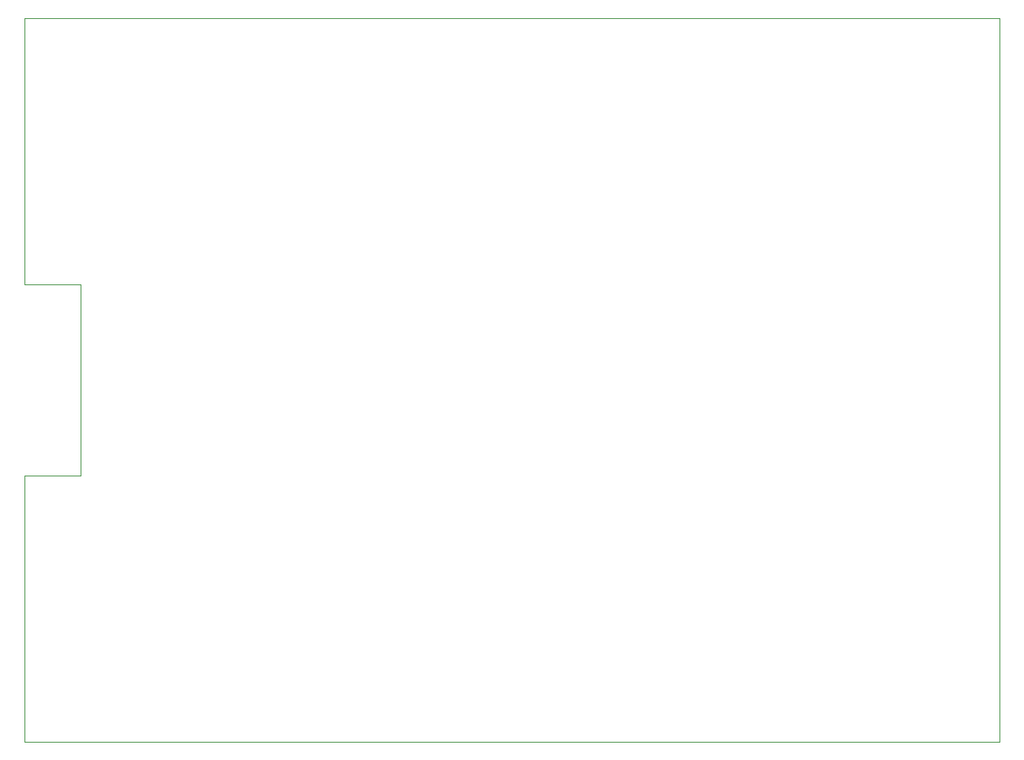
<source format=gko>
%TF.GenerationSoftware,KiCad,Pcbnew,(5.1.8)-1*%
%TF.CreationDate,2022-12-08T11:32:54+02:00*%
%TF.ProjectId,Scale,5363616c-652e-46b6-9963-61645f706362,rev?*%
%TF.SameCoordinates,Original*%
%TF.FileFunction,Profile,NP*%
%FSLAX46Y46*%
G04 Gerber Fmt 4.6, Leading zero omitted, Abs format (unit mm)*
G04 Created by KiCad (PCBNEW (5.1.8)-1) date 2022-12-08 11:32:54*
%MOMM*%
%LPD*%
G01*
G04 APERTURE LIST*
%TA.AperFunction,Profile*%
%ADD10C,0.050000*%
%TD*%
G04 APERTURE END LIST*
D10*
X96000000Y-91000000D02*
X96000000Y-111500000D01*
X90000000Y-91000000D02*
X96000000Y-91000000D01*
X90000000Y-91000000D02*
X90000000Y-62500000D01*
X90000000Y-116500000D02*
X90000000Y-116500000D01*
X90000000Y-116500000D02*
X90000000Y-116500000D01*
X90000000Y-111500000D02*
X96000000Y-111500000D01*
X90000000Y-140000000D02*
X90000000Y-111500000D01*
X194500000Y-140000000D02*
X90000000Y-140000000D01*
X194500000Y-62500000D02*
X194500000Y-140000000D01*
X90000000Y-62500000D02*
X194500000Y-62500000D01*
M02*

</source>
